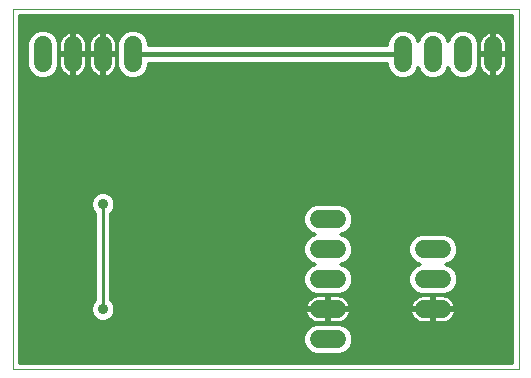
<source format=gbl>
G75*
G70*
%OFA0B0*%
%FSLAX24Y24*%
%IPPOS*%
%LPD*%
%AMOC8*
5,1,8,0,0,1.08239X$1,22.5*
%
%ADD10C,0.0000*%
%ADD11C,0.0600*%
%ADD12C,0.0100*%
%ADD13C,0.0356*%
%ADD14C,0.0160*%
D10*
X000267Y000150D02*
X000267Y012146D01*
X017137Y012146D01*
X017137Y000150D01*
X000267Y000150D01*
D11*
X010467Y001150D02*
X011067Y001150D01*
X011067Y002150D02*
X010467Y002150D01*
X010467Y003150D02*
X011067Y003150D01*
X011067Y004150D02*
X010467Y004150D01*
X010467Y005150D02*
X011067Y005150D01*
X013967Y004150D02*
X014567Y004150D01*
X014567Y003150D02*
X013967Y003150D01*
X013967Y002150D02*
X014567Y002150D01*
X014267Y010350D02*
X014267Y010950D01*
X013267Y010950D02*
X013267Y010350D01*
X015267Y010350D02*
X015267Y010950D01*
X016267Y010950D02*
X016267Y010350D01*
X004267Y010350D02*
X004267Y010950D01*
X003267Y010950D02*
X003267Y010350D01*
X002267Y010350D02*
X002267Y010950D01*
X001267Y010950D02*
X001267Y010350D01*
D12*
X001718Y010106D02*
X001888Y010106D01*
X001882Y010114D02*
X001923Y010057D01*
X001974Y010007D01*
X002031Y009965D01*
X002094Y009933D01*
X002161Y009911D01*
X002217Y009902D01*
X002217Y010600D01*
X002317Y010600D01*
X002317Y010700D01*
X002717Y010700D01*
X002717Y010985D01*
X002706Y011055D01*
X002684Y011123D01*
X002652Y011186D01*
X002610Y011243D01*
X002560Y011293D01*
X002503Y011335D01*
X002439Y011367D01*
X002372Y011389D01*
X002317Y011398D01*
X002317Y010700D01*
X002217Y010700D01*
X002217Y011398D01*
X002161Y011389D01*
X002094Y011367D01*
X002031Y011335D01*
X001974Y011293D01*
X001923Y011243D01*
X001882Y011186D01*
X001850Y011123D01*
X001828Y011055D01*
X001817Y010985D01*
X001817Y010700D01*
X002217Y010700D01*
X002217Y010600D01*
X001817Y010600D01*
X001817Y010315D01*
X001828Y010245D01*
X001850Y010177D01*
X001882Y010114D01*
X001841Y010205D02*
X001758Y010205D01*
X001777Y010249D02*
X001699Y010061D01*
X001556Y009918D01*
X001368Y009840D01*
X001165Y009840D01*
X000978Y009918D01*
X000834Y010061D01*
X000757Y010249D01*
X000757Y011051D01*
X000834Y011239D01*
X000978Y011382D01*
X001165Y011460D01*
X001368Y011460D01*
X001556Y011382D01*
X001699Y011239D01*
X001777Y011051D01*
X001777Y010249D01*
X001777Y010303D02*
X001818Y010303D01*
X001817Y010402D02*
X001777Y010402D01*
X001777Y010500D02*
X001817Y010500D01*
X001817Y010599D02*
X001777Y010599D01*
X001777Y010697D02*
X002217Y010697D01*
X002217Y010599D02*
X002317Y010599D01*
X002317Y010600D02*
X002317Y009902D01*
X002372Y009911D01*
X002439Y009933D01*
X002503Y009965D01*
X002560Y010007D01*
X002610Y010057D01*
X002652Y010114D01*
X002684Y010177D01*
X002706Y010245D01*
X002717Y010315D01*
X002717Y010600D01*
X002317Y010600D01*
X002317Y010697D02*
X003217Y010697D01*
X003217Y010700D02*
X003217Y010600D01*
X003317Y010600D01*
X003317Y010700D01*
X003717Y010700D01*
X003717Y010985D01*
X003706Y011055D01*
X003684Y011123D01*
X003652Y011186D01*
X003610Y011243D01*
X003560Y011293D01*
X003503Y011335D01*
X003439Y011367D01*
X003372Y011389D01*
X003317Y011398D01*
X003317Y010700D01*
X003217Y010700D01*
X003217Y011398D01*
X003161Y011389D01*
X003094Y011367D01*
X003031Y011335D01*
X002974Y011293D01*
X002923Y011243D01*
X002882Y011186D01*
X002850Y011123D01*
X002828Y011055D01*
X002817Y010985D01*
X002817Y010700D01*
X003217Y010700D01*
X003217Y010796D02*
X003317Y010796D01*
X003317Y010894D02*
X003217Y010894D01*
X003217Y010993D02*
X003317Y010993D01*
X003317Y011091D02*
X003217Y011091D01*
X003217Y011190D02*
X003317Y011190D01*
X003317Y011288D02*
X003217Y011288D01*
X003217Y011387D02*
X003317Y011387D01*
X003379Y011387D02*
X003988Y011387D01*
X003978Y011382D02*
X003834Y011239D01*
X003757Y011051D01*
X003757Y010249D01*
X003834Y010061D01*
X003978Y009918D01*
X004165Y009840D01*
X004368Y009840D01*
X004556Y009918D01*
X004699Y010061D01*
X004777Y010249D01*
X004777Y010360D01*
X012757Y010360D01*
X012757Y010249D01*
X012834Y010061D01*
X012978Y009918D01*
X013165Y009840D01*
X013368Y009840D01*
X013556Y009918D01*
X013699Y010061D01*
X013767Y010224D01*
X013834Y010061D01*
X013978Y009918D01*
X014165Y009840D01*
X014368Y009840D01*
X014556Y009918D01*
X014699Y010061D01*
X014767Y010224D01*
X014834Y010061D01*
X014978Y009918D01*
X015165Y009840D01*
X015368Y009840D01*
X015556Y009918D01*
X015699Y010061D01*
X015777Y010249D01*
X015777Y011051D01*
X015699Y011239D01*
X015556Y011382D01*
X015368Y011460D01*
X015165Y011460D01*
X014978Y011382D01*
X014834Y011239D01*
X014767Y011076D01*
X014699Y011239D01*
X014556Y011382D01*
X014368Y011460D01*
X014165Y011460D01*
X013978Y011382D01*
X013834Y011239D01*
X013767Y011076D01*
X013699Y011239D01*
X013556Y011382D01*
X013368Y011460D01*
X013165Y011460D01*
X012978Y011382D01*
X012834Y011239D01*
X012757Y011051D01*
X012757Y010940D01*
X004777Y010940D01*
X004777Y011051D01*
X004699Y011239D01*
X004556Y011382D01*
X004368Y011460D01*
X004165Y011460D01*
X003978Y011382D01*
X003883Y011288D02*
X003565Y011288D01*
X003649Y011190D02*
X003814Y011190D01*
X003773Y011091D02*
X003694Y011091D01*
X003716Y010993D02*
X003757Y010993D01*
X003757Y010894D02*
X003717Y010894D01*
X003717Y010796D02*
X003757Y010796D01*
X003757Y010697D02*
X003317Y010697D01*
X003317Y010600D02*
X003717Y010600D01*
X003717Y010315D01*
X003706Y010245D01*
X003684Y010177D01*
X003652Y010114D01*
X003610Y010057D01*
X003560Y010007D01*
X003503Y009965D01*
X003439Y009933D01*
X003372Y009911D01*
X003317Y009902D01*
X003317Y010600D01*
X003317Y010599D02*
X003217Y010599D01*
X003217Y010600D02*
X003217Y009902D01*
X003161Y009911D01*
X003094Y009933D01*
X003031Y009965D01*
X002974Y010007D01*
X002923Y010057D01*
X002882Y010114D01*
X002850Y010177D01*
X002828Y010245D01*
X002817Y010315D01*
X002817Y010600D01*
X003217Y010600D01*
X003217Y010500D02*
X003317Y010500D01*
X003317Y010402D02*
X003217Y010402D01*
X003217Y010303D02*
X003317Y010303D01*
X003317Y010205D02*
X003217Y010205D01*
X003217Y010106D02*
X003317Y010106D01*
X003317Y010008D02*
X003217Y010008D01*
X003217Y009909D02*
X003317Y009909D01*
X003359Y009909D02*
X003999Y009909D01*
X003888Y010008D02*
X003561Y010008D01*
X003646Y010106D02*
X003816Y010106D01*
X003775Y010205D02*
X003693Y010205D01*
X003715Y010303D02*
X003757Y010303D01*
X003757Y010402D02*
X003717Y010402D01*
X003717Y010500D02*
X003757Y010500D01*
X003757Y010599D02*
X003717Y010599D01*
X002817Y010599D02*
X002717Y010599D01*
X002717Y010500D02*
X002817Y010500D01*
X002817Y010402D02*
X002717Y010402D01*
X002715Y010303D02*
X002818Y010303D01*
X002841Y010205D02*
X002693Y010205D01*
X002646Y010106D02*
X002888Y010106D01*
X002973Y010008D02*
X002561Y010008D01*
X002359Y009909D02*
X003174Y009909D01*
X002317Y009909D02*
X002217Y009909D01*
X002174Y009909D02*
X001535Y009909D01*
X001645Y010008D02*
X001973Y010008D01*
X002217Y010008D02*
X002317Y010008D01*
X002317Y010106D02*
X002217Y010106D01*
X002217Y010205D02*
X002317Y010205D01*
X002317Y010303D02*
X002217Y010303D01*
X002217Y010402D02*
X002317Y010402D01*
X002317Y010500D02*
X002217Y010500D01*
X002217Y010796D02*
X002317Y010796D01*
X002317Y010894D02*
X002217Y010894D01*
X002217Y010993D02*
X002317Y010993D01*
X002317Y011091D02*
X002217Y011091D01*
X002217Y011190D02*
X002317Y011190D01*
X002317Y011288D02*
X002217Y011288D01*
X002217Y011387D02*
X002317Y011387D01*
X002379Y011387D02*
X003154Y011387D01*
X002968Y011288D02*
X002565Y011288D01*
X002649Y011190D02*
X002884Y011190D01*
X002839Y011091D02*
X002694Y011091D01*
X002716Y010993D02*
X002818Y010993D01*
X002817Y010894D02*
X002717Y010894D01*
X002717Y010796D02*
X002817Y010796D01*
X002154Y011387D02*
X001545Y011387D01*
X001650Y011288D02*
X001968Y011288D01*
X001884Y011190D02*
X001719Y011190D01*
X001760Y011091D02*
X001839Y011091D01*
X001818Y010993D02*
X001777Y010993D01*
X001777Y010894D02*
X001817Y010894D01*
X001817Y010796D02*
X001777Y010796D01*
X000988Y011387D02*
X000477Y011387D01*
X000477Y011485D02*
X016927Y011485D01*
X016927Y011387D02*
X016379Y011387D01*
X016372Y011389D02*
X016439Y011367D01*
X016503Y011335D01*
X016560Y011293D01*
X016610Y011243D01*
X016652Y011186D01*
X016684Y011123D01*
X016706Y011055D01*
X016717Y010985D01*
X016717Y010700D01*
X016317Y010700D01*
X016317Y010600D01*
X016717Y010600D01*
X016717Y010315D01*
X016706Y010245D01*
X016684Y010177D01*
X016652Y010114D01*
X016610Y010057D01*
X016560Y010007D01*
X016503Y009965D01*
X016439Y009933D01*
X016372Y009911D01*
X016317Y009902D01*
X016317Y010600D01*
X016217Y010600D01*
X016217Y009902D01*
X016161Y009911D01*
X016094Y009933D01*
X016031Y009965D01*
X015974Y010007D01*
X015923Y010057D01*
X015882Y010114D01*
X015850Y010177D01*
X015828Y010245D01*
X015817Y010315D01*
X015817Y010600D01*
X016217Y010600D01*
X016217Y010700D01*
X016217Y011398D01*
X016161Y011389D01*
X016094Y011367D01*
X016031Y011335D01*
X015974Y011293D01*
X015923Y011243D01*
X015882Y011186D01*
X015850Y011123D01*
X015828Y011055D01*
X015817Y010985D01*
X015817Y010700D01*
X016217Y010700D01*
X016317Y010700D01*
X016317Y011398D01*
X016372Y011389D01*
X016317Y011387D02*
X016217Y011387D01*
X016154Y011387D02*
X015545Y011387D01*
X015650Y011288D02*
X015968Y011288D01*
X015884Y011190D02*
X015719Y011190D01*
X015760Y011091D02*
X015839Y011091D01*
X015818Y010993D02*
X015777Y010993D01*
X015777Y010894D02*
X015817Y010894D01*
X015817Y010796D02*
X015777Y010796D01*
X015777Y010697D02*
X016217Y010697D01*
X016217Y010599D02*
X016317Y010599D01*
X016317Y010697D02*
X016927Y010697D01*
X016927Y010599D02*
X016717Y010599D01*
X016717Y010500D02*
X016927Y010500D01*
X016927Y010402D02*
X016717Y010402D01*
X016715Y010303D02*
X016927Y010303D01*
X016927Y010205D02*
X016693Y010205D01*
X016646Y010106D02*
X016927Y010106D01*
X016927Y010008D02*
X016561Y010008D01*
X016359Y009909D02*
X016927Y009909D01*
X016927Y009811D02*
X000477Y009811D01*
X000477Y009909D02*
X000999Y009909D01*
X000888Y010008D02*
X000477Y010008D01*
X000477Y010106D02*
X000816Y010106D01*
X000775Y010205D02*
X000477Y010205D01*
X000477Y010303D02*
X000757Y010303D01*
X000757Y010402D02*
X000477Y010402D01*
X000477Y010500D02*
X000757Y010500D01*
X000757Y010599D02*
X000477Y010599D01*
X000477Y010697D02*
X000757Y010697D01*
X000757Y010796D02*
X000477Y010796D01*
X000477Y010894D02*
X000757Y010894D01*
X000757Y010993D02*
X000477Y010993D01*
X000477Y011091D02*
X000773Y011091D01*
X000814Y011190D02*
X000477Y011190D01*
X000477Y011288D02*
X000883Y011288D01*
X000477Y011584D02*
X016927Y011584D01*
X016927Y011682D02*
X000477Y011682D01*
X000477Y011781D02*
X016927Y011781D01*
X016927Y011879D02*
X000477Y011879D01*
X000477Y011936D02*
X016927Y011936D01*
X016927Y000360D01*
X000477Y000360D01*
X000477Y011936D01*
X000477Y009712D02*
X016927Y009712D01*
X016927Y009614D02*
X000477Y009614D01*
X000477Y009515D02*
X016927Y009515D01*
X016927Y009417D02*
X000477Y009417D01*
X000477Y009318D02*
X016927Y009318D01*
X016927Y009220D02*
X000477Y009220D01*
X000477Y009121D02*
X016927Y009121D01*
X016927Y009023D02*
X000477Y009023D01*
X000477Y008924D02*
X016927Y008924D01*
X016927Y008826D02*
X000477Y008826D01*
X000477Y008727D02*
X016927Y008727D01*
X016927Y008629D02*
X000477Y008629D01*
X000477Y008530D02*
X016927Y008530D01*
X016927Y008432D02*
X000477Y008432D01*
X000477Y008333D02*
X016927Y008333D01*
X016927Y008235D02*
X000477Y008235D01*
X000477Y008136D02*
X016927Y008136D01*
X016927Y008038D02*
X000477Y008038D01*
X000477Y007939D02*
X016927Y007939D01*
X016927Y007841D02*
X000477Y007841D01*
X000477Y007742D02*
X016927Y007742D01*
X016927Y007644D02*
X000477Y007644D01*
X000477Y007545D02*
X016927Y007545D01*
X016927Y007447D02*
X000477Y007447D01*
X000477Y007348D02*
X016927Y007348D01*
X016927Y007250D02*
X000477Y007250D01*
X000477Y007151D02*
X016927Y007151D01*
X016927Y007053D02*
X000477Y007053D01*
X000477Y006954D02*
X016927Y006954D01*
X016927Y006856D02*
X000477Y006856D01*
X000477Y006757D02*
X016927Y006757D01*
X016927Y006659D02*
X000477Y006659D01*
X000477Y006560D02*
X016927Y006560D01*
X016927Y006462D02*
X000477Y006462D01*
X000477Y006363D02*
X016927Y006363D01*
X016927Y006265D02*
X000477Y006265D01*
X000477Y006166D02*
X016927Y006166D01*
X016927Y006068D02*
X000477Y006068D01*
X000477Y005969D02*
X003037Y005969D01*
X003047Y005979D02*
X002938Y005870D01*
X002879Y005727D01*
X002879Y005573D01*
X002938Y005430D01*
X003007Y005361D01*
X003007Y002439D01*
X002938Y002370D01*
X002879Y002227D01*
X002879Y002073D01*
X002938Y001930D01*
X003047Y001821D01*
X003189Y001762D01*
X003344Y001762D01*
X003487Y001821D01*
X003596Y001930D01*
X003655Y002073D01*
X003655Y002227D01*
X003596Y002370D01*
X003527Y002439D01*
X003527Y005361D01*
X003596Y005430D01*
X003655Y005573D01*
X003655Y005727D01*
X003596Y005870D01*
X003487Y005979D01*
X003344Y006038D01*
X003189Y006038D01*
X003047Y005979D01*
X002938Y005871D02*
X000477Y005871D01*
X000477Y005772D02*
X002897Y005772D01*
X002879Y005674D02*
X000477Y005674D01*
X000477Y005575D02*
X002879Y005575D01*
X002918Y005477D02*
X000477Y005477D01*
X000477Y005378D02*
X002990Y005378D01*
X003007Y005280D02*
X000477Y005280D01*
X000477Y005181D02*
X003007Y005181D01*
X003007Y005083D02*
X000477Y005083D01*
X000477Y004984D02*
X003007Y004984D01*
X003007Y004886D02*
X000477Y004886D01*
X000477Y004787D02*
X003007Y004787D01*
X003007Y004689D02*
X000477Y004689D01*
X000477Y004590D02*
X003007Y004590D01*
X003007Y004492D02*
X000477Y004492D01*
X000477Y004393D02*
X003007Y004393D01*
X003007Y004295D02*
X000477Y004295D01*
X000477Y004196D02*
X003007Y004196D01*
X003007Y004098D02*
X000477Y004098D01*
X000477Y003999D02*
X003007Y003999D01*
X003007Y003901D02*
X000477Y003901D01*
X000477Y003802D02*
X003007Y003802D01*
X003007Y003704D02*
X000477Y003704D01*
X000477Y003605D02*
X003007Y003605D01*
X003007Y003507D02*
X000477Y003507D01*
X000477Y003408D02*
X003007Y003408D01*
X003007Y003310D02*
X000477Y003310D01*
X000477Y003211D02*
X003007Y003211D01*
X003007Y003113D02*
X000477Y003113D01*
X000477Y003014D02*
X003007Y003014D01*
X003007Y002916D02*
X000477Y002916D01*
X000477Y002817D02*
X003007Y002817D01*
X003007Y002719D02*
X000477Y002719D01*
X000477Y002620D02*
X003007Y002620D01*
X003007Y002522D02*
X000477Y002522D01*
X000477Y002423D02*
X002991Y002423D01*
X002919Y002325D02*
X000477Y002325D01*
X000477Y002226D02*
X002879Y002226D01*
X002879Y002128D02*
X000477Y002128D01*
X000477Y002029D02*
X002897Y002029D01*
X002937Y001931D02*
X000477Y001931D01*
X000477Y001832D02*
X003036Y001832D01*
X003267Y002150D02*
X003267Y005650D01*
X003544Y005378D02*
X010009Y005378D01*
X010034Y005439D02*
X009957Y005251D01*
X009957Y005049D01*
X010034Y004861D01*
X010178Y004718D01*
X010341Y004650D01*
X010178Y004582D01*
X010034Y004439D01*
X009957Y004251D01*
X009957Y004049D01*
X010034Y003861D01*
X010178Y003718D01*
X010341Y003650D01*
X010178Y003582D01*
X010034Y003439D01*
X009957Y003251D01*
X009957Y003049D01*
X010034Y002861D01*
X010178Y002718D01*
X010365Y002640D01*
X011168Y002640D01*
X011356Y002718D01*
X011499Y002861D01*
X011577Y003049D01*
X011577Y003251D01*
X011499Y003439D01*
X011356Y003582D01*
X011192Y003650D01*
X011356Y003718D01*
X011499Y003861D01*
X011577Y004049D01*
X011577Y004251D01*
X011499Y004439D01*
X011356Y004582D01*
X011192Y004650D01*
X011356Y004718D01*
X011499Y004861D01*
X011577Y005049D01*
X011577Y005251D01*
X011499Y005439D01*
X011356Y005582D01*
X011168Y005660D01*
X010365Y005660D01*
X010178Y005582D01*
X010034Y005439D01*
X010072Y005477D02*
X003615Y005477D01*
X003655Y005575D02*
X010170Y005575D01*
X009968Y005280D02*
X003527Y005280D01*
X003527Y005181D02*
X009957Y005181D01*
X009957Y005083D02*
X003527Y005083D01*
X003527Y004984D02*
X009983Y004984D01*
X010024Y004886D02*
X003527Y004886D01*
X003527Y004787D02*
X010108Y004787D01*
X010248Y004689D02*
X003527Y004689D01*
X003527Y004590D02*
X010196Y004590D01*
X010087Y004492D02*
X003527Y004492D01*
X003527Y004393D02*
X010015Y004393D01*
X009975Y004295D02*
X003527Y004295D01*
X003527Y004196D02*
X009957Y004196D01*
X009957Y004098D02*
X003527Y004098D01*
X003527Y003999D02*
X009977Y003999D01*
X010018Y003901D02*
X003527Y003901D01*
X003527Y003802D02*
X010093Y003802D01*
X010212Y003704D02*
X003527Y003704D01*
X003527Y003605D02*
X010232Y003605D01*
X010102Y003507D02*
X003527Y003507D01*
X003527Y003408D02*
X010022Y003408D01*
X009981Y003310D02*
X003527Y003310D01*
X003527Y003211D02*
X009957Y003211D01*
X009957Y003113D02*
X003527Y003113D01*
X003527Y003014D02*
X009971Y003014D01*
X010012Y002916D02*
X003527Y002916D01*
X003527Y002817D02*
X010078Y002817D01*
X010177Y002719D02*
X003527Y002719D01*
X003527Y002620D02*
X016927Y002620D01*
X016927Y002522D02*
X014821Y002522D01*
X014803Y002535D02*
X014860Y002493D01*
X014910Y002443D01*
X014952Y002386D01*
X014984Y002323D01*
X015006Y002255D01*
X015014Y002200D01*
X014317Y002200D01*
X014317Y002100D01*
X015014Y002100D01*
X015006Y002045D01*
X014984Y001977D01*
X014952Y001914D01*
X014910Y001857D01*
X014860Y001807D01*
X014803Y001765D01*
X014739Y001733D01*
X014672Y001711D01*
X014602Y001700D01*
X014317Y001700D01*
X014317Y002100D01*
X014217Y002100D01*
X014217Y001700D01*
X013931Y001700D01*
X013861Y001711D01*
X013794Y001733D01*
X013731Y001765D01*
X013674Y001807D01*
X013623Y001857D01*
X013582Y001914D01*
X013550Y001977D01*
X013528Y002045D01*
X013519Y002100D01*
X014217Y002100D01*
X014217Y002200D01*
X014217Y002600D01*
X013931Y002600D01*
X013861Y002589D01*
X013794Y002567D01*
X013731Y002535D01*
X013674Y002493D01*
X013623Y002443D01*
X013582Y002386D01*
X013550Y002323D01*
X013528Y002255D01*
X013519Y002200D01*
X014217Y002200D01*
X014317Y002200D01*
X014317Y002600D01*
X014602Y002600D01*
X014672Y002589D01*
X014739Y002567D01*
X014803Y002535D01*
X014925Y002423D02*
X016927Y002423D01*
X016927Y002325D02*
X014983Y002325D01*
X015010Y002226D02*
X016927Y002226D01*
X016927Y002128D02*
X014317Y002128D01*
X014317Y002226D02*
X014217Y002226D01*
X014217Y002128D02*
X010817Y002128D01*
X010817Y002100D02*
X010817Y002200D01*
X011514Y002200D01*
X011506Y002255D01*
X011484Y002323D01*
X011452Y002386D01*
X011410Y002443D01*
X011360Y002493D01*
X011303Y002535D01*
X011239Y002567D01*
X011172Y002589D01*
X011102Y002600D01*
X010817Y002600D01*
X010817Y002200D01*
X010717Y002200D01*
X010717Y002600D01*
X010431Y002600D01*
X010361Y002589D01*
X010294Y002567D01*
X010231Y002535D01*
X010174Y002493D01*
X010123Y002443D01*
X010082Y002386D01*
X010050Y002323D01*
X010028Y002255D01*
X010019Y002200D01*
X010717Y002200D01*
X010717Y002100D01*
X010817Y002100D01*
X011514Y002100D01*
X011506Y002045D01*
X011484Y001977D01*
X011452Y001914D01*
X011410Y001857D01*
X011360Y001807D01*
X011303Y001765D01*
X011239Y001733D01*
X011172Y001711D01*
X011102Y001700D01*
X010817Y001700D01*
X010817Y002100D01*
X010817Y002029D02*
X010717Y002029D01*
X010717Y002100D02*
X010717Y001700D01*
X010431Y001700D01*
X010361Y001711D01*
X010294Y001733D01*
X010231Y001765D01*
X010174Y001807D01*
X010123Y001857D01*
X010082Y001914D01*
X010050Y001977D01*
X010028Y002045D01*
X010019Y002100D01*
X010717Y002100D01*
X010717Y002128D02*
X003655Y002128D01*
X003655Y002226D02*
X010023Y002226D01*
X010051Y002325D02*
X003614Y002325D01*
X003543Y002423D02*
X010109Y002423D01*
X010212Y002522D02*
X003527Y002522D01*
X003637Y002029D02*
X010033Y002029D01*
X010073Y001931D02*
X003596Y001931D01*
X003498Y001832D02*
X010148Y001832D01*
X010293Y001734D02*
X000477Y001734D01*
X000477Y001635D02*
X010305Y001635D01*
X010365Y001660D02*
X010178Y001582D01*
X010034Y001439D01*
X009957Y001251D01*
X009957Y001049D01*
X010034Y000861D01*
X010178Y000718D01*
X010365Y000640D01*
X011168Y000640D01*
X011356Y000718D01*
X011499Y000861D01*
X011577Y001049D01*
X011577Y001251D01*
X011499Y001439D01*
X011356Y001582D01*
X011168Y001660D01*
X010365Y001660D01*
X010132Y001537D02*
X000477Y001537D01*
X000477Y001438D02*
X010034Y001438D01*
X009993Y001340D02*
X000477Y001340D01*
X000477Y001241D02*
X009957Y001241D01*
X009957Y001143D02*
X000477Y001143D01*
X000477Y001044D02*
X009959Y001044D01*
X009999Y000946D02*
X000477Y000946D01*
X000477Y000847D02*
X010048Y000847D01*
X010147Y000749D02*
X000477Y000749D01*
X000477Y000650D02*
X010341Y000650D01*
X011192Y000650D02*
X016927Y000650D01*
X016927Y000551D02*
X000477Y000551D01*
X000477Y000453D02*
X016927Y000453D01*
X016927Y000749D02*
X011386Y000749D01*
X011485Y000847D02*
X016927Y000847D01*
X016927Y000946D02*
X011534Y000946D01*
X011575Y001044D02*
X016927Y001044D01*
X016927Y001143D02*
X011577Y001143D01*
X011577Y001241D02*
X016927Y001241D01*
X016927Y001340D02*
X011540Y001340D01*
X011499Y001438D02*
X016927Y001438D01*
X016927Y001537D02*
X011401Y001537D01*
X011228Y001635D02*
X016927Y001635D01*
X016927Y001734D02*
X014740Y001734D01*
X014885Y001832D02*
X016927Y001832D01*
X016927Y001931D02*
X014960Y001931D01*
X015001Y002029D02*
X016927Y002029D01*
X016927Y002719D02*
X014856Y002719D01*
X014856Y002718D02*
X014999Y002861D01*
X015077Y003049D01*
X015077Y003251D01*
X014999Y003439D01*
X014856Y003582D01*
X014692Y003650D01*
X014856Y003718D01*
X014999Y003861D01*
X015077Y004049D01*
X015077Y004251D01*
X014999Y004439D01*
X014856Y004582D01*
X014668Y004660D01*
X013865Y004660D01*
X013678Y004582D01*
X013534Y004439D01*
X013457Y004251D01*
X013457Y004049D01*
X013534Y003861D01*
X013678Y003718D01*
X013841Y003650D01*
X013678Y003582D01*
X013534Y003439D01*
X013457Y003251D01*
X013457Y003049D01*
X013534Y002861D01*
X013678Y002718D01*
X013865Y002640D01*
X014668Y002640D01*
X014856Y002718D01*
X014955Y002817D02*
X016927Y002817D01*
X016927Y002916D02*
X015022Y002916D01*
X015062Y003014D02*
X016927Y003014D01*
X016927Y003113D02*
X015077Y003113D01*
X015077Y003211D02*
X016927Y003211D01*
X016927Y003310D02*
X015053Y003310D01*
X015012Y003408D02*
X016927Y003408D01*
X016927Y003507D02*
X014931Y003507D01*
X014801Y003605D02*
X016927Y003605D01*
X016927Y003704D02*
X014821Y003704D01*
X014940Y003802D02*
X016927Y003802D01*
X016927Y003901D02*
X015015Y003901D01*
X015056Y003999D02*
X016927Y003999D01*
X016927Y004098D02*
X015077Y004098D01*
X015077Y004196D02*
X016927Y004196D01*
X016927Y004295D02*
X015059Y004295D01*
X015018Y004393D02*
X016927Y004393D01*
X016927Y004492D02*
X014946Y004492D01*
X014837Y004590D02*
X016927Y004590D01*
X016927Y004689D02*
X011285Y004689D01*
X011337Y004590D02*
X013696Y004590D01*
X013587Y004492D02*
X011446Y004492D01*
X011518Y004393D02*
X013515Y004393D01*
X013475Y004295D02*
X011559Y004295D01*
X011577Y004196D02*
X013457Y004196D01*
X013457Y004098D02*
X011577Y004098D01*
X011556Y003999D02*
X013477Y003999D01*
X013518Y003901D02*
X011515Y003901D01*
X011440Y003802D02*
X013593Y003802D01*
X013712Y003704D02*
X011321Y003704D01*
X011301Y003605D02*
X013732Y003605D01*
X013602Y003507D02*
X011431Y003507D01*
X011512Y003408D02*
X013522Y003408D01*
X013481Y003310D02*
X011553Y003310D01*
X011577Y003211D02*
X013457Y003211D01*
X013457Y003113D02*
X011577Y003113D01*
X011562Y003014D02*
X013471Y003014D01*
X013512Y002916D02*
X011522Y002916D01*
X011455Y002817D02*
X013578Y002817D01*
X013677Y002719D02*
X011356Y002719D01*
X011321Y002522D02*
X013712Y002522D01*
X013609Y002423D02*
X011425Y002423D01*
X011483Y002325D02*
X013551Y002325D01*
X013523Y002226D02*
X011510Y002226D01*
X011501Y002029D02*
X013533Y002029D01*
X013573Y001931D02*
X011460Y001931D01*
X011385Y001832D02*
X013648Y001832D01*
X013793Y001734D02*
X011240Y001734D01*
X010817Y001734D02*
X010717Y001734D01*
X010717Y001832D02*
X010817Y001832D01*
X010817Y001931D02*
X010717Y001931D01*
X010717Y002226D02*
X010817Y002226D01*
X010817Y002325D02*
X010717Y002325D01*
X010717Y002423D02*
X010817Y002423D01*
X010817Y002522D02*
X010717Y002522D01*
X011425Y004787D02*
X016927Y004787D01*
X016927Y004886D02*
X011509Y004886D01*
X011550Y004984D02*
X016927Y004984D01*
X016927Y005083D02*
X011577Y005083D01*
X011577Y005181D02*
X016927Y005181D01*
X016927Y005280D02*
X011565Y005280D01*
X011524Y005378D02*
X016927Y005378D01*
X016927Y005477D02*
X011461Y005477D01*
X011363Y005575D02*
X016927Y005575D01*
X016927Y005674D02*
X003655Y005674D01*
X003636Y005772D02*
X016927Y005772D01*
X016927Y005871D02*
X003595Y005871D01*
X003497Y005969D02*
X016927Y005969D01*
X014317Y002522D02*
X014217Y002522D01*
X014217Y002423D02*
X014317Y002423D01*
X014317Y002325D02*
X014217Y002325D01*
X014217Y002029D02*
X014317Y002029D01*
X014317Y001931D02*
X014217Y001931D01*
X014217Y001832D02*
X014317Y001832D01*
X014317Y001734D02*
X014217Y001734D01*
X004267Y001150D02*
X003767Y001150D01*
X003767Y006150D02*
X003767Y006650D01*
X004535Y009909D02*
X012999Y009909D01*
X012888Y010008D02*
X004645Y010008D01*
X004718Y010106D02*
X012816Y010106D01*
X012775Y010205D02*
X004758Y010205D01*
X004777Y010303D02*
X012757Y010303D01*
X013535Y009909D02*
X013999Y009909D01*
X013888Y010008D02*
X013645Y010008D01*
X013718Y010106D02*
X013816Y010106D01*
X013775Y010205D02*
X013758Y010205D01*
X014535Y009909D02*
X014999Y009909D01*
X014888Y010008D02*
X014645Y010008D01*
X014718Y010106D02*
X014816Y010106D01*
X014775Y010205D02*
X014758Y010205D01*
X015535Y009909D02*
X016174Y009909D01*
X016217Y009909D02*
X016317Y009909D01*
X016317Y010008D02*
X016217Y010008D01*
X016217Y010106D02*
X016317Y010106D01*
X016317Y010205D02*
X016217Y010205D01*
X016217Y010303D02*
X016317Y010303D01*
X016317Y010402D02*
X016217Y010402D01*
X016217Y010500D02*
X016317Y010500D01*
X016317Y010796D02*
X016217Y010796D01*
X016217Y010894D02*
X016317Y010894D01*
X016317Y010993D02*
X016217Y010993D01*
X016217Y011091D02*
X016317Y011091D01*
X016317Y011190D02*
X016217Y011190D01*
X016217Y011288D02*
X016317Y011288D01*
X016565Y011288D02*
X016927Y011288D01*
X016927Y011190D02*
X016649Y011190D01*
X016694Y011091D02*
X016927Y011091D01*
X016927Y010993D02*
X016716Y010993D01*
X016717Y010894D02*
X016927Y010894D01*
X016927Y010796D02*
X016717Y010796D01*
X015817Y010599D02*
X015777Y010599D01*
X015777Y010500D02*
X015817Y010500D01*
X015817Y010402D02*
X015777Y010402D01*
X015777Y010303D02*
X015818Y010303D01*
X015841Y010205D02*
X015758Y010205D01*
X015718Y010106D02*
X015888Y010106D01*
X015973Y010008D02*
X015645Y010008D01*
X014773Y011091D02*
X014760Y011091D01*
X014719Y011190D02*
X014814Y011190D01*
X014883Y011288D02*
X014650Y011288D01*
X014545Y011387D02*
X014988Y011387D01*
X013988Y011387D02*
X013545Y011387D01*
X013650Y011288D02*
X013883Y011288D01*
X013814Y011190D02*
X013719Y011190D01*
X013760Y011091D02*
X013773Y011091D01*
X012988Y011387D02*
X004545Y011387D01*
X004650Y011288D02*
X012883Y011288D01*
X012814Y011190D02*
X004719Y011190D01*
X004760Y011091D02*
X012773Y011091D01*
X012757Y010993D02*
X004777Y010993D01*
D13*
X003767Y006650D03*
X003267Y005650D03*
X003267Y002150D03*
X004267Y001150D03*
D14*
X004267Y010650D02*
X013267Y010650D01*
M02*

</source>
